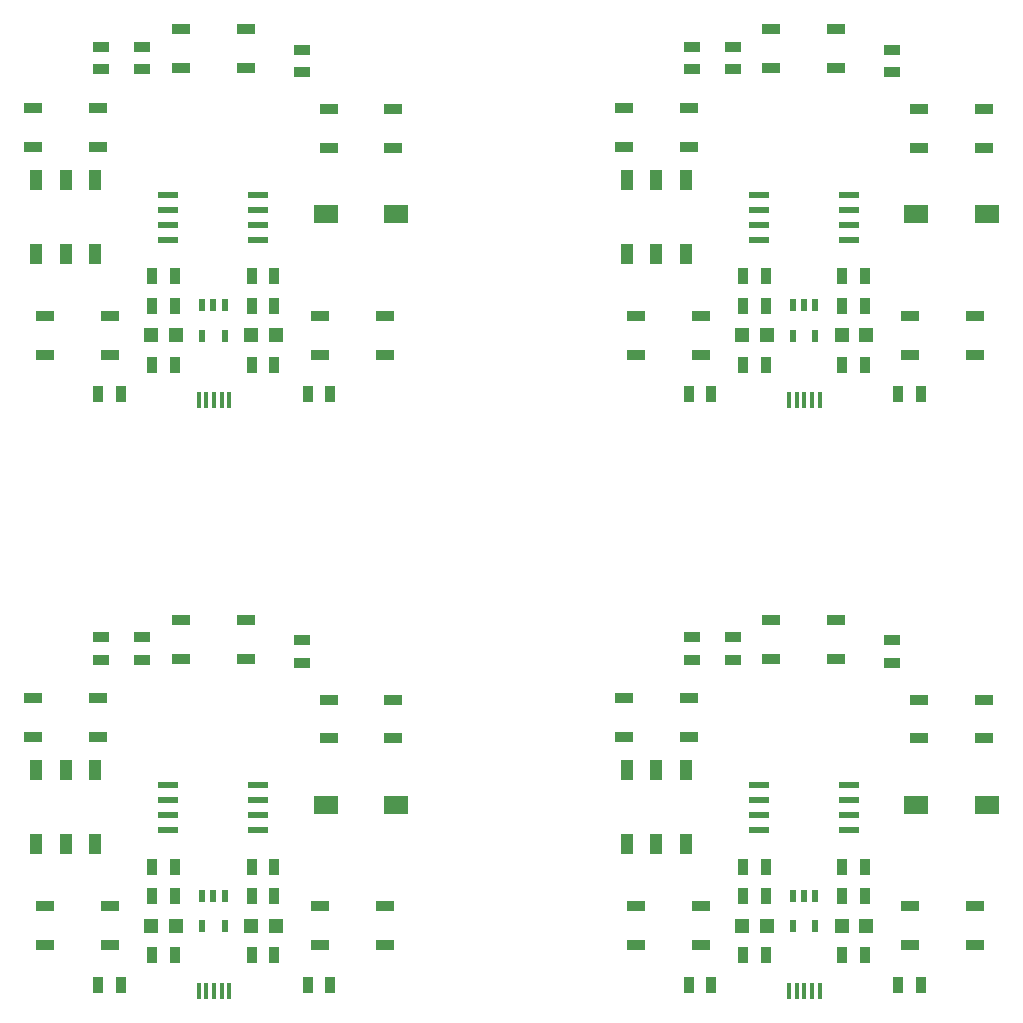
<source format=gtp>
G04 #@! TF.FileFunction,Paste,Top*
%FSLAX46Y46*%
G04 Gerber Fmt 4.6, Leading zero omitted, Abs format (unit mm)*
G04 Created by KiCad (PCBNEW 4.0.7) date Wednesday 08 November 2017 'à' 20:08:32*
%MOMM*%
%LPD*%
G01*
G04 APERTURE LIST*
%ADD10C,0.100000*%
%ADD11R,0.889000X1.397000*%
%ADD12R,1.198880X1.198880*%
%ADD13R,1.500000X0.900000*%
%ADD14R,0.398780X1.348740*%
%ADD15R,1.998980X1.600200*%
%ADD16R,1.397000X0.889000*%
%ADD17R,0.551180X1.000760*%
%ADD18R,1.800000X0.600000*%
%ADD19R,1.000000X1.800000*%
G04 APERTURE END LIST*
D10*
D11*
X200155000Y-140000000D03*
X198250000Y-140000000D03*
X150155000Y-140000000D03*
X148250000Y-140000000D03*
X200155000Y-90000000D03*
X198250000Y-90000000D03*
X198250000Y-142500000D03*
X200155000Y-142500000D03*
X148250000Y-142500000D03*
X150155000Y-142500000D03*
X198250000Y-92500000D03*
X200155000Y-92500000D03*
D12*
X198200280Y-145000000D03*
X200298320Y-145000000D03*
X148200280Y-145000000D03*
X150298320Y-145000000D03*
X198200280Y-95000000D03*
X200298320Y-95000000D03*
D13*
X204000000Y-146650000D03*
X209500000Y-146650000D03*
X209500000Y-143350000D03*
X204000000Y-143350000D03*
X154000000Y-146650000D03*
X159500000Y-146650000D03*
X159500000Y-143350000D03*
X154000000Y-143350000D03*
X204000000Y-96650000D03*
X209500000Y-96650000D03*
X209500000Y-93350000D03*
X204000000Y-93350000D03*
D11*
X203000000Y-150000000D03*
X204905000Y-150000000D03*
X153000000Y-150000000D03*
X154905000Y-150000000D03*
X203000000Y-100000000D03*
X204905000Y-100000000D03*
X200155000Y-147500000D03*
X198250000Y-147500000D03*
X150155000Y-147500000D03*
X148250000Y-147500000D03*
X200155000Y-97500000D03*
X198250000Y-97500000D03*
D14*
X193750000Y-150500000D03*
X196350960Y-150500000D03*
X195050480Y-150500000D03*
X195700720Y-150500000D03*
X194400240Y-150500000D03*
X143750000Y-150500000D03*
X146350960Y-150500000D03*
X145050480Y-150500000D03*
X145700720Y-150500000D03*
X144400240Y-150500000D03*
X193750000Y-100500000D03*
X196350960Y-100500000D03*
X195050480Y-100500000D03*
X195700720Y-100500000D03*
X194400240Y-100500000D03*
D11*
X191750000Y-147500000D03*
X189845000Y-147500000D03*
X141750000Y-147500000D03*
X139845000Y-147500000D03*
X191750000Y-97500000D03*
X189845000Y-97500000D03*
D15*
X204500260Y-134750000D03*
X210499740Y-134750000D03*
X154500260Y-134750000D03*
X160499740Y-134750000D03*
X204500260Y-84750000D03*
X210499740Y-84750000D03*
D16*
X202500000Y-122750000D03*
X202500000Y-120845000D03*
X152500000Y-122750000D03*
X152500000Y-120845000D03*
X202500000Y-72750000D03*
X202500000Y-70845000D03*
D13*
X204750000Y-129150000D03*
X210250000Y-129150000D03*
X210250000Y-125850000D03*
X204750000Y-125850000D03*
X154750000Y-129150000D03*
X160250000Y-129150000D03*
X160250000Y-125850000D03*
X154750000Y-125850000D03*
X204750000Y-79150000D03*
X210250000Y-79150000D03*
X210250000Y-75850000D03*
X204750000Y-75850000D03*
D16*
X189000000Y-122500000D03*
X189000000Y-120595000D03*
X139000000Y-122500000D03*
X139000000Y-120595000D03*
X189000000Y-72500000D03*
X189000000Y-70595000D03*
D13*
X192250000Y-122400000D03*
X197750000Y-122400000D03*
X197750000Y-119100000D03*
X192250000Y-119100000D03*
X142250000Y-122400000D03*
X147750000Y-122400000D03*
X147750000Y-119100000D03*
X142250000Y-119100000D03*
X192250000Y-72400000D03*
X197750000Y-72400000D03*
X197750000Y-69100000D03*
X192250000Y-69100000D03*
D16*
X185500000Y-122500000D03*
X185500000Y-120595000D03*
X135500000Y-122500000D03*
X135500000Y-120595000D03*
X185500000Y-72500000D03*
X185500000Y-70595000D03*
D13*
X180750000Y-146650000D03*
X186250000Y-146650000D03*
X186250000Y-143350000D03*
X180750000Y-143350000D03*
X130750000Y-146650000D03*
X136250000Y-146650000D03*
X136250000Y-143350000D03*
X130750000Y-143350000D03*
X180750000Y-96650000D03*
X186250000Y-96650000D03*
X186250000Y-93350000D03*
X180750000Y-93350000D03*
D11*
X185250000Y-150000000D03*
X187155000Y-150000000D03*
X135250000Y-150000000D03*
X137155000Y-150000000D03*
X185250000Y-100000000D03*
X187155000Y-100000000D03*
D12*
X191846520Y-145000000D03*
X189748480Y-145000000D03*
X141846520Y-145000000D03*
X139748480Y-145000000D03*
X191846520Y-95000000D03*
X189748480Y-95000000D03*
D17*
X195000000Y-142449520D03*
X194050040Y-145050480D03*
X195949960Y-145050480D03*
X194047500Y-142449520D03*
X195952500Y-142449520D03*
X145000000Y-142449520D03*
X144050040Y-145050480D03*
X145949960Y-145050480D03*
X144047500Y-142449520D03*
X145952500Y-142449520D03*
X195000000Y-92449520D03*
X194050040Y-95050480D03*
X195949960Y-95050480D03*
X194047500Y-92449520D03*
X195952500Y-92449520D03*
D11*
X189845000Y-142500000D03*
X191750000Y-142500000D03*
X139845000Y-142500000D03*
X141750000Y-142500000D03*
X189845000Y-92500000D03*
X191750000Y-92500000D03*
X191750000Y-140000000D03*
X189845000Y-140000000D03*
X141750000Y-140000000D03*
X139845000Y-140000000D03*
X191750000Y-90000000D03*
X189845000Y-90000000D03*
D18*
X198800000Y-136905000D03*
X198800000Y-135635000D03*
X198800000Y-134365000D03*
X198800000Y-133095000D03*
X191200000Y-133095000D03*
X191200000Y-134365000D03*
X191200000Y-135635000D03*
X191200000Y-136905000D03*
X148800000Y-136905000D03*
X148800000Y-135635000D03*
X148800000Y-134365000D03*
X148800000Y-133095000D03*
X141200000Y-133095000D03*
X141200000Y-134365000D03*
X141200000Y-135635000D03*
X141200000Y-136905000D03*
X198800000Y-86905000D03*
X198800000Y-85635000D03*
X198800000Y-84365000D03*
X198800000Y-83095000D03*
X191200000Y-83095000D03*
X191200000Y-84365000D03*
X191200000Y-85635000D03*
X191200000Y-86905000D03*
D13*
X179750000Y-129050000D03*
X185250000Y-129050000D03*
X185250000Y-125750000D03*
X179750000Y-125750000D03*
X129750000Y-129050000D03*
X135250000Y-129050000D03*
X135250000Y-125750000D03*
X129750000Y-125750000D03*
X179750000Y-79050000D03*
X185250000Y-79050000D03*
X185250000Y-75750000D03*
X179750000Y-75750000D03*
D19*
X180010800Y-131850400D03*
X182500000Y-131850400D03*
X184989200Y-131850400D03*
X180010800Y-138098800D03*
X182500000Y-138098800D03*
X184989200Y-138098800D03*
X130010800Y-131850400D03*
X132500000Y-131850400D03*
X134989200Y-131850400D03*
X130010800Y-138098800D03*
X132500000Y-138098800D03*
X134989200Y-138098800D03*
X180010800Y-81850400D03*
X182500000Y-81850400D03*
X184989200Y-81850400D03*
X180010800Y-88098800D03*
X182500000Y-88098800D03*
X184989200Y-88098800D03*
D18*
X148800000Y-86905000D03*
X148800000Y-85635000D03*
X148800000Y-84365000D03*
X148800000Y-83095000D03*
X141200000Y-83095000D03*
X141200000Y-84365000D03*
X141200000Y-85635000D03*
X141200000Y-86905000D03*
D13*
X130750000Y-96650000D03*
X136250000Y-96650000D03*
X136250000Y-93350000D03*
X130750000Y-93350000D03*
X142250000Y-72400000D03*
X147750000Y-72400000D03*
X147750000Y-69100000D03*
X142250000Y-69100000D03*
X154750000Y-79150000D03*
X160250000Y-79150000D03*
X160250000Y-75850000D03*
X154750000Y-75850000D03*
D11*
X141750000Y-97500000D03*
X139845000Y-97500000D03*
X141750000Y-90000000D03*
X139845000Y-90000000D03*
D14*
X143750000Y-100500000D03*
X146350960Y-100500000D03*
X145050480Y-100500000D03*
X145700720Y-100500000D03*
X144400240Y-100500000D03*
D11*
X139845000Y-92500000D03*
X141750000Y-92500000D03*
X148250000Y-92500000D03*
X150155000Y-92500000D03*
X150155000Y-97500000D03*
X148250000Y-97500000D03*
D15*
X154500260Y-84750000D03*
X160499740Y-84750000D03*
D17*
X145000000Y-92449520D03*
X144050040Y-95050480D03*
X145949960Y-95050480D03*
X144047500Y-92449520D03*
X145952500Y-92449520D03*
D16*
X139000000Y-72500000D03*
X139000000Y-70595000D03*
X135500000Y-72500000D03*
X135500000Y-70595000D03*
X152500000Y-72750000D03*
X152500000Y-70845000D03*
D11*
X150155000Y-90000000D03*
X148250000Y-90000000D03*
D19*
X130010800Y-81850400D03*
X132500000Y-81850400D03*
X134989200Y-81850400D03*
X130010800Y-88098800D03*
X132500000Y-88098800D03*
X134989200Y-88098800D03*
D11*
X135250000Y-100000000D03*
X137155000Y-100000000D03*
X153000000Y-100000000D03*
X154905000Y-100000000D03*
D13*
X154000000Y-96650000D03*
X159500000Y-96650000D03*
X159500000Y-93350000D03*
X154000000Y-93350000D03*
X129750000Y-79050000D03*
X135250000Y-79050000D03*
X135250000Y-75750000D03*
X129750000Y-75750000D03*
D12*
X141846520Y-95000000D03*
X139748480Y-95000000D03*
X148200280Y-95000000D03*
X150298320Y-95000000D03*
M02*

</source>
